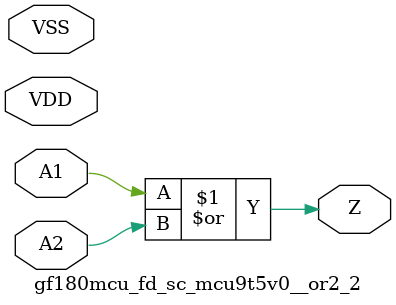
<source format=v>

module gf180mcu_fd_sc_mcu9t5v0__or2_2( A1, A2, Z, VDD, VSS );
input A1, A2;
inout VDD, VSS;
output Z;

	or MGM_BG_0( Z, A1, A2 );

endmodule

</source>
